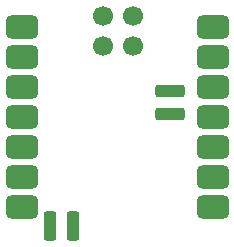
<source format=gbp>
%TF.GenerationSoftware,KiCad,Pcbnew,9.0.4*%
%TF.CreationDate,2025-08-25T23:49:45+01:00*%
%TF.ProjectId,smol-slime-xiao,736d6f6c-2d73-46c6-996d-652d7869616f,1.0*%
%TF.SameCoordinates,Original*%
%TF.FileFunction,Paste,Bot*%
%TF.FilePolarity,Positive*%
%FSLAX46Y46*%
G04 Gerber Fmt 4.6, Leading zero omitted, Abs format (unit mm)*
G04 Created by KiCad (PCBNEW 9.0.4) date 2025-08-25 23:49:45*
%MOMM*%
%LPD*%
G01*
G04 APERTURE LIST*
G04 Aperture macros list*
%AMRoundRect*
0 Rectangle with rounded corners*
0 $1 Rounding radius*
0 $2 $3 $4 $5 $6 $7 $8 $9 X,Y pos of 4 corners*
0 Add a 4 corners polygon primitive as box body*
4,1,4,$2,$3,$4,$5,$6,$7,$8,$9,$2,$3,0*
0 Add four circle primitives for the rounded corners*
1,1,$1+$1,$2,$3*
1,1,$1+$1,$4,$5*
1,1,$1+$1,$6,$7*
1,1,$1+$1,$8,$9*
0 Add four rect primitives between the rounded corners*
20,1,$1+$1,$2,$3,$4,$5,0*
20,1,$1+$1,$4,$5,$6,$7,0*
20,1,$1+$1,$6,$7,$8,$9,0*
20,1,$1+$1,$8,$9,$2,$3,0*%
G04 Aperture macros list end*
%ADD10RoundRect,0.500000X0.875000X0.500000X-0.875000X0.500000X-0.875000X-0.500000X0.875000X-0.500000X0*%
%ADD11RoundRect,0.275000X-0.975000X-0.275000X0.975000X-0.275000X0.975000X0.275000X-0.975000X0.275000X0*%
%ADD12RoundRect,0.275000X-0.275000X0.975000X-0.275000X-0.975000X0.275000X-0.975000X0.275000X0.975000X0*%
%ADD13C,1.700000*%
G04 APERTURE END LIST*
D10*
%TO.C,U4*%
X158110000Y-92380000D03*
X158110000Y-94920000D03*
X158110000Y-97460000D03*
X158110000Y-100000000D03*
X158110000Y-102540000D03*
X158110000Y-105080000D03*
X158110000Y-107620000D03*
X141945000Y-107620000D03*
X141945000Y-105080000D03*
X141945000Y-102540000D03*
X141945000Y-100000000D03*
X141945000Y-97460000D03*
X141945000Y-94920000D03*
X141945000Y-92380000D03*
D11*
X154500000Y-99686500D03*
X154500000Y-97781500D03*
D12*
X146245000Y-109236900D03*
X144340000Y-109236900D03*
D13*
X151325000Y-91431500D03*
X148785000Y-91431500D03*
X151325000Y-93971500D03*
X148785000Y-93971500D03*
%TD*%
M02*

</source>
